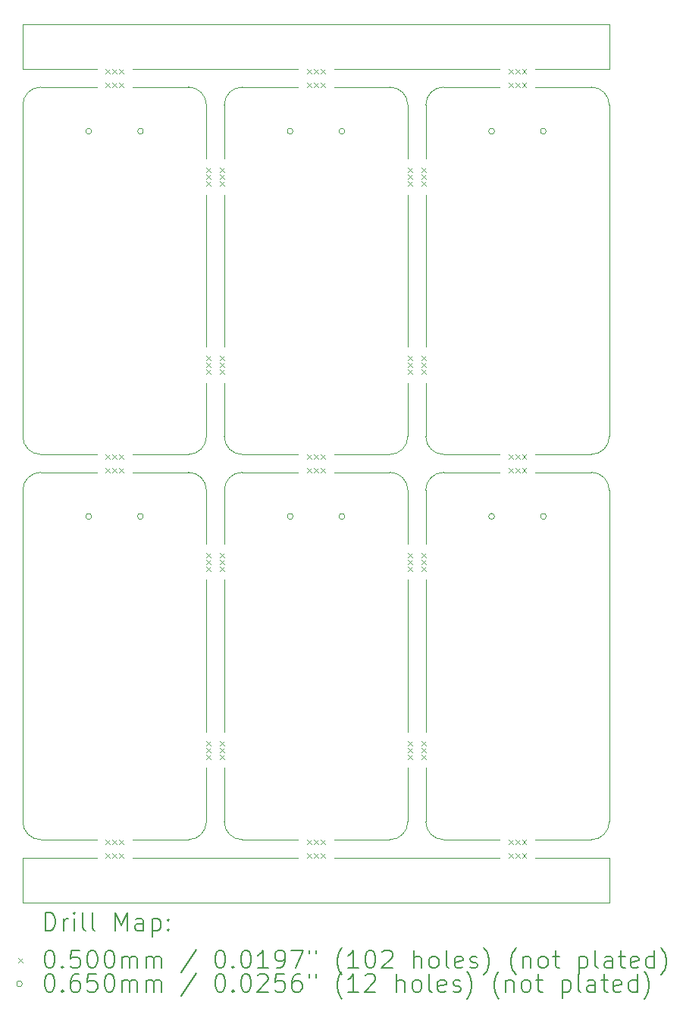
<source format=gbr>
%TF.GenerationSoftware,KiCad,Pcbnew,(6.0.8)*%
%TF.CreationDate,2023-05-03T14:57:22+02:00*%
%TF.ProjectId,Floppy Board v3.1,466c6f70-7079-4204-926f-617264207633,3.0*%
%TF.SameCoordinates,Original*%
%TF.FileFunction,Drillmap*%
%TF.FilePolarity,Positive*%
%FSLAX45Y45*%
G04 Gerber Fmt 4.5, Leading zero omitted, Abs format (unit mm)*
G04 Created by KiCad (PCBNEW (6.0.8)) date 2023-05-03 14:57:22*
%MOMM*%
%LPD*%
G01*
G04 APERTURE LIST*
%ADD10C,0.100000*%
%ADD11C,0.200000*%
%ADD12C,0.050000*%
%ADD13C,0.065000*%
G04 APERTURE END LIST*
D10*
X14156200Y-13680800D02*
X14781200Y-13680800D01*
X16006200Y-13680800D02*
X15381200Y-13680800D01*
X16406200Y-13680800D02*
X17031200Y-13680800D01*
X16406200Y-13880800D02*
X17231200Y-13880800D01*
X14156200Y-13880800D02*
X16006200Y-13880800D01*
X11506200Y-13880800D02*
X10681200Y-13880800D01*
X11506200Y-13680800D02*
X10881200Y-13680800D01*
X11906200Y-13680800D02*
X12531200Y-13680800D01*
X13756200Y-13880800D02*
X11906200Y-13880800D01*
X13756200Y-13680800D02*
X13131200Y-13680800D01*
X12931200Y-12880800D02*
X12931200Y-13480800D01*
X12731200Y-12880800D02*
X12731200Y-13480800D01*
X12731200Y-12480800D02*
X12731200Y-10780800D01*
X12931200Y-10780800D02*
X12931200Y-12480800D01*
X15181200Y-12880800D02*
X15181200Y-13480800D01*
X14981200Y-12880800D02*
X14981200Y-13480800D01*
X14981200Y-12480800D02*
X14981200Y-10780800D01*
X15181200Y-10780800D02*
X15181200Y-12480800D01*
X16406200Y-9580800D02*
X17031200Y-9580800D01*
X16406200Y-9380800D02*
X17031200Y-9380800D01*
X15181200Y-6080800D02*
X15181200Y-5480800D01*
X14981200Y-6080800D02*
X14981200Y-5480800D01*
X15181200Y-8180800D02*
X15181200Y-6480800D01*
X14981200Y-6480800D02*
X14981200Y-8180800D01*
X14981200Y-8580800D02*
X14981200Y-9180800D01*
X15181200Y-8580800D02*
X15181200Y-9180800D01*
X16006200Y-9380800D02*
X15381200Y-9380800D01*
X16006200Y-9580800D02*
X15381200Y-9580800D01*
X15181200Y-10380800D02*
X15181200Y-9780800D01*
X14981200Y-10380800D02*
X14981200Y-9780800D01*
X14156200Y-9580800D02*
X14781200Y-9580800D01*
X14156200Y-9380800D02*
X14781200Y-9380800D01*
X13756200Y-9380800D02*
X13131200Y-9380800D01*
X13756200Y-9580800D02*
X13131200Y-9580800D01*
X11506200Y-9580800D02*
X10881200Y-9580800D01*
X11506200Y-9380800D02*
X10881200Y-9380800D01*
X11906200Y-9380800D02*
X12531200Y-9380800D01*
X11906200Y-9580800D02*
X12531200Y-9580800D01*
X12931200Y-10380800D02*
X12931200Y-9780800D01*
X12731200Y-10380800D02*
X12731200Y-9780800D01*
X12931200Y-8580800D02*
X12931200Y-9180800D01*
X12731200Y-8580800D02*
X12731200Y-9180800D01*
X12731200Y-6480800D02*
X12731200Y-8180800D01*
X12931200Y-6480800D02*
X12931200Y-8180800D01*
X12931200Y-5480800D02*
X12931200Y-6080800D01*
X12731200Y-5480800D02*
X12731200Y-6080800D01*
X11506200Y-5280800D02*
X10881200Y-5280800D01*
X12531200Y-5280800D02*
X11906200Y-5280800D01*
X13756200Y-5280800D02*
X13131200Y-5280800D01*
X14781200Y-5280800D02*
X14156200Y-5280800D01*
X16006200Y-5280800D02*
X15381200Y-5280800D01*
X17031200Y-5280800D02*
X16406200Y-5280800D01*
X16406200Y-5080800D02*
X17231200Y-5080800D01*
X14156200Y-5080800D02*
X16006200Y-5080800D01*
X11906200Y-5080800D02*
X13756200Y-5080800D01*
X10681200Y-5080800D02*
X11506200Y-5080800D01*
X10681200Y-14380800D02*
X10681200Y-13880800D01*
X17231200Y-14380800D02*
X10681200Y-14380800D01*
X17231200Y-13880800D02*
X17231200Y-14380800D01*
X17231200Y-4580800D02*
X17231200Y-5080800D01*
X10681200Y-4580800D02*
X17231200Y-4580800D01*
X10681200Y-5080800D02*
X10681200Y-4580800D01*
X17231200Y-9780800D02*
G75*
G03*
X17031200Y-9580800I-200000J0D01*
G01*
X15381200Y-9580800D02*
G75*
G03*
X15181200Y-9780800I0J-200000D01*
G01*
X17231200Y-9780800D02*
X17231200Y-13480800D01*
X15181200Y-13480800D02*
G75*
G03*
X15381200Y-13680800I200000J0D01*
G01*
X17031200Y-13680800D02*
G75*
G03*
X17231200Y-13480800I0J200000D01*
G01*
X17231200Y-5480800D02*
G75*
G03*
X17031200Y-5280800I-200000J0D01*
G01*
X15381200Y-5280800D02*
G75*
G03*
X15181200Y-5480800I0J-200000D01*
G01*
X17231200Y-5480800D02*
X17231200Y-9180800D01*
X15181200Y-9180800D02*
G75*
G03*
X15381200Y-9380800I200000J0D01*
G01*
X17031200Y-9380800D02*
G75*
G03*
X17231200Y-9180800I0J200000D01*
G01*
X14981200Y-9780800D02*
G75*
G03*
X14781200Y-9580800I-200000J0D01*
G01*
X13131200Y-9580800D02*
G75*
G03*
X12931200Y-9780800I0J-200000D01*
G01*
X12931200Y-13480800D02*
G75*
G03*
X13131200Y-13680800I200000J0D01*
G01*
X14781200Y-13680800D02*
G75*
G03*
X14981200Y-13480800I0J200000D01*
G01*
X14981200Y-5480800D02*
G75*
G03*
X14781200Y-5280800I-200000J0D01*
G01*
X13131200Y-5280800D02*
G75*
G03*
X12931200Y-5480800I0J-200000D01*
G01*
X12931200Y-9180800D02*
G75*
G03*
X13131200Y-9380800I200000J0D01*
G01*
X14781200Y-9380800D02*
G75*
G03*
X14981200Y-9180800I0J200000D01*
G01*
X12731200Y-9780800D02*
G75*
G03*
X12531200Y-9580800I-200000J0D01*
G01*
X10881200Y-9580800D02*
G75*
G03*
X10681200Y-9780800I0J-200000D01*
G01*
X10681200Y-13480800D02*
G75*
G03*
X10881200Y-13680800I200000J0D01*
G01*
X10681200Y-13480800D02*
X10681200Y-9780800D01*
X12531200Y-13680800D02*
G75*
G03*
X12731200Y-13480800I0J200000D01*
G01*
X10681200Y-9180800D02*
X10681200Y-5480800D01*
X12531200Y-9380800D02*
G75*
G03*
X12731200Y-9180800I0J200000D01*
G01*
X10681200Y-9180800D02*
G75*
G03*
X10881200Y-9380800I200000J0D01*
G01*
X10881200Y-5280800D02*
G75*
G03*
X10681200Y-5480800I0J-200000D01*
G01*
X12731200Y-5480800D02*
G75*
G03*
X12531200Y-5280800I-200000J0D01*
G01*
D11*
D12*
X11606200Y-5080800D02*
X11656200Y-5130800D01*
X11656200Y-5080800D02*
X11606200Y-5130800D01*
X11606200Y-5230800D02*
X11656200Y-5280800D01*
X11656200Y-5230800D02*
X11606200Y-5280800D01*
X11606200Y-9380800D02*
X11656200Y-9430800D01*
X11656200Y-9380800D02*
X11606200Y-9430800D01*
X11606200Y-9530800D02*
X11656200Y-9580800D01*
X11656200Y-9530800D02*
X11606200Y-9580800D01*
X11606200Y-13680800D02*
X11656200Y-13730800D01*
X11656200Y-13680800D02*
X11606200Y-13730800D01*
X11606200Y-13830800D02*
X11656200Y-13880800D01*
X11656200Y-13830800D02*
X11606200Y-13880800D01*
X11681200Y-5080800D02*
X11731200Y-5130800D01*
X11731200Y-5080800D02*
X11681200Y-5130800D01*
X11681200Y-5230800D02*
X11731200Y-5280800D01*
X11731200Y-5230800D02*
X11681200Y-5280800D01*
X11681200Y-9380800D02*
X11731200Y-9430800D01*
X11731200Y-9380800D02*
X11681200Y-9430800D01*
X11681200Y-9530800D02*
X11731200Y-9580800D01*
X11731200Y-9530800D02*
X11681200Y-9580800D01*
X11681200Y-13680800D02*
X11731200Y-13730800D01*
X11731200Y-13680800D02*
X11681200Y-13730800D01*
X11681200Y-13830800D02*
X11731200Y-13880800D01*
X11731200Y-13830800D02*
X11681200Y-13880800D01*
X11756200Y-5080800D02*
X11806200Y-5130800D01*
X11806200Y-5080800D02*
X11756200Y-5130800D01*
X11756200Y-5230800D02*
X11806200Y-5280800D01*
X11806200Y-5230800D02*
X11756200Y-5280800D01*
X11756200Y-9380800D02*
X11806200Y-9430800D01*
X11806200Y-9380800D02*
X11756200Y-9430800D01*
X11756200Y-9530800D02*
X11806200Y-9580800D01*
X11806200Y-9530800D02*
X11756200Y-9580800D01*
X11756200Y-13680800D02*
X11806200Y-13730800D01*
X11806200Y-13680800D02*
X11756200Y-13730800D01*
X11756200Y-13830800D02*
X11806200Y-13880800D01*
X11806200Y-13830800D02*
X11756200Y-13880800D01*
X12731200Y-6180800D02*
X12781200Y-6230800D01*
X12781200Y-6180800D02*
X12731200Y-6230800D01*
X12731200Y-6255800D02*
X12781200Y-6305800D01*
X12781200Y-6255800D02*
X12731200Y-6305800D01*
X12731200Y-6330800D02*
X12781200Y-6380800D01*
X12781200Y-6330800D02*
X12731200Y-6380800D01*
X12731200Y-8280800D02*
X12781200Y-8330800D01*
X12781200Y-8280800D02*
X12731200Y-8330800D01*
X12731200Y-8355800D02*
X12781200Y-8405800D01*
X12781200Y-8355800D02*
X12731200Y-8405800D01*
X12731200Y-8430800D02*
X12781200Y-8480800D01*
X12781200Y-8430800D02*
X12731200Y-8480800D01*
X12731200Y-10480800D02*
X12781200Y-10530800D01*
X12781200Y-10480800D02*
X12731200Y-10530800D01*
X12731200Y-10555800D02*
X12781200Y-10605800D01*
X12781200Y-10555800D02*
X12731200Y-10605800D01*
X12731200Y-10630800D02*
X12781200Y-10680800D01*
X12781200Y-10630800D02*
X12731200Y-10680800D01*
X12731200Y-12580800D02*
X12781200Y-12630800D01*
X12781200Y-12580800D02*
X12731200Y-12630800D01*
X12731200Y-12655800D02*
X12781200Y-12705800D01*
X12781200Y-12655800D02*
X12731200Y-12705800D01*
X12731200Y-12730800D02*
X12781200Y-12780800D01*
X12781200Y-12730800D02*
X12731200Y-12780800D01*
X12881200Y-6180800D02*
X12931200Y-6230800D01*
X12931200Y-6180800D02*
X12881200Y-6230800D01*
X12881200Y-6255800D02*
X12931200Y-6305800D01*
X12931200Y-6255800D02*
X12881200Y-6305800D01*
X12881200Y-6330800D02*
X12931200Y-6380800D01*
X12931200Y-6330800D02*
X12881200Y-6380800D01*
X12881200Y-8280800D02*
X12931200Y-8330800D01*
X12931200Y-8280800D02*
X12881200Y-8330800D01*
X12881200Y-8355800D02*
X12931200Y-8405800D01*
X12931200Y-8355800D02*
X12881200Y-8405800D01*
X12881200Y-8430800D02*
X12931200Y-8480800D01*
X12931200Y-8430800D02*
X12881200Y-8480800D01*
X12881200Y-10480800D02*
X12931200Y-10530800D01*
X12931200Y-10480800D02*
X12881200Y-10530800D01*
X12881200Y-10555800D02*
X12931200Y-10605800D01*
X12931200Y-10555800D02*
X12881200Y-10605800D01*
X12881200Y-10630800D02*
X12931200Y-10680800D01*
X12931200Y-10630800D02*
X12881200Y-10680800D01*
X12881200Y-12580800D02*
X12931200Y-12630800D01*
X12931200Y-12580800D02*
X12881200Y-12630800D01*
X12881200Y-12655800D02*
X12931200Y-12705800D01*
X12931200Y-12655800D02*
X12881200Y-12705800D01*
X12881200Y-12730800D02*
X12931200Y-12780800D01*
X12931200Y-12730800D02*
X12881200Y-12780800D01*
X13856200Y-5080800D02*
X13906200Y-5130800D01*
X13906200Y-5080800D02*
X13856200Y-5130800D01*
X13856200Y-5230800D02*
X13906200Y-5280800D01*
X13906200Y-5230800D02*
X13856200Y-5280800D01*
X13856200Y-9380800D02*
X13906200Y-9430800D01*
X13906200Y-9380800D02*
X13856200Y-9430800D01*
X13856200Y-9530800D02*
X13906200Y-9580800D01*
X13906200Y-9530800D02*
X13856200Y-9580800D01*
X13856200Y-13680800D02*
X13906200Y-13730800D01*
X13906200Y-13680800D02*
X13856200Y-13730800D01*
X13856200Y-13830800D02*
X13906200Y-13880800D01*
X13906200Y-13830800D02*
X13856200Y-13880800D01*
X13931200Y-5080800D02*
X13981200Y-5130800D01*
X13981200Y-5080800D02*
X13931200Y-5130800D01*
X13931200Y-5230800D02*
X13981200Y-5280800D01*
X13981200Y-5230800D02*
X13931200Y-5280800D01*
X13931200Y-9380800D02*
X13981200Y-9430800D01*
X13981200Y-9380800D02*
X13931200Y-9430800D01*
X13931200Y-9530800D02*
X13981200Y-9580800D01*
X13981200Y-9530800D02*
X13931200Y-9580800D01*
X13931200Y-13680800D02*
X13981200Y-13730800D01*
X13981200Y-13680800D02*
X13931200Y-13730800D01*
X13931200Y-13830800D02*
X13981200Y-13880800D01*
X13981200Y-13830800D02*
X13931200Y-13880800D01*
X14006200Y-5080800D02*
X14056200Y-5130800D01*
X14056200Y-5080800D02*
X14006200Y-5130800D01*
X14006200Y-5230800D02*
X14056200Y-5280800D01*
X14056200Y-5230800D02*
X14006200Y-5280800D01*
X14006200Y-9380800D02*
X14056200Y-9430800D01*
X14056200Y-9380800D02*
X14006200Y-9430800D01*
X14006200Y-9530800D02*
X14056200Y-9580800D01*
X14056200Y-9530800D02*
X14006200Y-9580800D01*
X14006200Y-13680800D02*
X14056200Y-13730800D01*
X14056200Y-13680800D02*
X14006200Y-13730800D01*
X14006200Y-13830800D02*
X14056200Y-13880800D01*
X14056200Y-13830800D02*
X14006200Y-13880800D01*
X14981200Y-6180800D02*
X15031200Y-6230800D01*
X15031200Y-6180800D02*
X14981200Y-6230800D01*
X14981200Y-6255800D02*
X15031200Y-6305800D01*
X15031200Y-6255800D02*
X14981200Y-6305800D01*
X14981200Y-6330800D02*
X15031200Y-6380800D01*
X15031200Y-6330800D02*
X14981200Y-6380800D01*
X14981200Y-8280800D02*
X15031200Y-8330800D01*
X15031200Y-8280800D02*
X14981200Y-8330800D01*
X14981200Y-8355800D02*
X15031200Y-8405800D01*
X15031200Y-8355800D02*
X14981200Y-8405800D01*
X14981200Y-8430800D02*
X15031200Y-8480800D01*
X15031200Y-8430800D02*
X14981200Y-8480800D01*
X14981200Y-10480800D02*
X15031200Y-10530800D01*
X15031200Y-10480800D02*
X14981200Y-10530800D01*
X14981200Y-10555800D02*
X15031200Y-10605800D01*
X15031200Y-10555800D02*
X14981200Y-10605800D01*
X14981200Y-10630800D02*
X15031200Y-10680800D01*
X15031200Y-10630800D02*
X14981200Y-10680800D01*
X14981200Y-12580800D02*
X15031200Y-12630800D01*
X15031200Y-12580800D02*
X14981200Y-12630800D01*
X14981200Y-12655800D02*
X15031200Y-12705800D01*
X15031200Y-12655800D02*
X14981200Y-12705800D01*
X14981200Y-12730800D02*
X15031200Y-12780800D01*
X15031200Y-12730800D02*
X14981200Y-12780800D01*
X15131200Y-6180800D02*
X15181200Y-6230800D01*
X15181200Y-6180800D02*
X15131200Y-6230800D01*
X15131200Y-6255800D02*
X15181200Y-6305800D01*
X15181200Y-6255800D02*
X15131200Y-6305800D01*
X15131200Y-6330800D02*
X15181200Y-6380800D01*
X15181200Y-6330800D02*
X15131200Y-6380800D01*
X15131200Y-8280800D02*
X15181200Y-8330800D01*
X15181200Y-8280800D02*
X15131200Y-8330800D01*
X15131200Y-8355800D02*
X15181200Y-8405800D01*
X15181200Y-8355800D02*
X15131200Y-8405800D01*
X15131200Y-8430800D02*
X15181200Y-8480800D01*
X15181200Y-8430800D02*
X15131200Y-8480800D01*
X15131200Y-10480800D02*
X15181200Y-10530800D01*
X15181200Y-10480800D02*
X15131200Y-10530800D01*
X15131200Y-10555800D02*
X15181200Y-10605800D01*
X15181200Y-10555800D02*
X15131200Y-10605800D01*
X15131200Y-10630800D02*
X15181200Y-10680800D01*
X15181200Y-10630800D02*
X15131200Y-10680800D01*
X15131200Y-12580800D02*
X15181200Y-12630800D01*
X15181200Y-12580800D02*
X15131200Y-12630800D01*
X15131200Y-12655800D02*
X15181200Y-12705800D01*
X15181200Y-12655800D02*
X15131200Y-12705800D01*
X15131200Y-12730800D02*
X15181200Y-12780800D01*
X15181200Y-12730800D02*
X15131200Y-12780800D01*
X16106200Y-5080800D02*
X16156200Y-5130800D01*
X16156200Y-5080800D02*
X16106200Y-5130800D01*
X16106200Y-5230800D02*
X16156200Y-5280800D01*
X16156200Y-5230800D02*
X16106200Y-5280800D01*
X16106200Y-9380800D02*
X16156200Y-9430800D01*
X16156200Y-9380800D02*
X16106200Y-9430800D01*
X16106200Y-9530800D02*
X16156200Y-9580800D01*
X16156200Y-9530800D02*
X16106200Y-9580800D01*
X16106200Y-13680800D02*
X16156200Y-13730800D01*
X16156200Y-13680800D02*
X16106200Y-13730800D01*
X16106200Y-13830800D02*
X16156200Y-13880800D01*
X16156200Y-13830800D02*
X16106200Y-13880800D01*
X16181200Y-5080800D02*
X16231200Y-5130800D01*
X16231200Y-5080800D02*
X16181200Y-5130800D01*
X16181200Y-5230800D02*
X16231200Y-5280800D01*
X16231200Y-5230800D02*
X16181200Y-5280800D01*
X16181200Y-9380800D02*
X16231200Y-9430800D01*
X16231200Y-9380800D02*
X16181200Y-9430800D01*
X16181200Y-9530800D02*
X16231200Y-9580800D01*
X16231200Y-9530800D02*
X16181200Y-9580800D01*
X16181200Y-13680800D02*
X16231200Y-13730800D01*
X16231200Y-13680800D02*
X16181200Y-13730800D01*
X16181200Y-13830800D02*
X16231200Y-13880800D01*
X16231200Y-13830800D02*
X16181200Y-13880800D01*
X16256200Y-5080800D02*
X16306200Y-5130800D01*
X16306200Y-5080800D02*
X16256200Y-5130800D01*
X16256200Y-5230800D02*
X16306200Y-5280800D01*
X16306200Y-5230800D02*
X16256200Y-5280800D01*
X16256200Y-9380800D02*
X16306200Y-9430800D01*
X16306200Y-9380800D02*
X16256200Y-9430800D01*
X16256200Y-9530800D02*
X16306200Y-9580800D01*
X16306200Y-9530800D02*
X16256200Y-9580800D01*
X16256200Y-13680800D02*
X16306200Y-13730800D01*
X16306200Y-13680800D02*
X16256200Y-13730800D01*
X16256200Y-13830800D02*
X16306200Y-13880800D01*
X16306200Y-13830800D02*
X16256200Y-13880800D01*
D13*
X11449200Y-5773050D02*
G75*
G03*
X11449200Y-5773050I-32500J0D01*
G01*
X11449200Y-10073050D02*
G75*
G03*
X11449200Y-10073050I-32500J0D01*
G01*
X12027200Y-5773050D02*
G75*
G03*
X12027200Y-5773050I-32500J0D01*
G01*
X12027200Y-10073050D02*
G75*
G03*
X12027200Y-10073050I-32500J0D01*
G01*
X13699200Y-5773050D02*
G75*
G03*
X13699200Y-5773050I-32500J0D01*
G01*
X13699200Y-10073050D02*
G75*
G03*
X13699200Y-10073050I-32500J0D01*
G01*
X14277200Y-5773050D02*
G75*
G03*
X14277200Y-5773050I-32500J0D01*
G01*
X14277200Y-10073050D02*
G75*
G03*
X14277200Y-10073050I-32500J0D01*
G01*
X15949200Y-5773050D02*
G75*
G03*
X15949200Y-5773050I-32500J0D01*
G01*
X15949200Y-10073050D02*
G75*
G03*
X15949200Y-10073050I-32500J0D01*
G01*
X16527200Y-5773050D02*
G75*
G03*
X16527200Y-5773050I-32500J0D01*
G01*
X16527200Y-10073050D02*
G75*
G03*
X16527200Y-10073050I-32500J0D01*
G01*
D11*
X10933819Y-14696276D02*
X10933819Y-14496276D01*
X10981438Y-14496276D01*
X11010010Y-14505800D01*
X11029057Y-14524848D01*
X11038581Y-14543895D01*
X11048105Y-14581990D01*
X11048105Y-14610562D01*
X11038581Y-14648657D01*
X11029057Y-14667705D01*
X11010010Y-14686752D01*
X10981438Y-14696276D01*
X10933819Y-14696276D01*
X11133819Y-14696276D02*
X11133819Y-14562943D01*
X11133819Y-14601038D02*
X11143343Y-14581990D01*
X11152867Y-14572467D01*
X11171914Y-14562943D01*
X11190962Y-14562943D01*
X11257628Y-14696276D02*
X11257628Y-14562943D01*
X11257628Y-14496276D02*
X11248105Y-14505800D01*
X11257628Y-14515324D01*
X11267152Y-14505800D01*
X11257628Y-14496276D01*
X11257628Y-14515324D01*
X11381438Y-14696276D02*
X11362390Y-14686752D01*
X11352867Y-14667705D01*
X11352867Y-14496276D01*
X11486200Y-14696276D02*
X11467152Y-14686752D01*
X11457628Y-14667705D01*
X11457628Y-14496276D01*
X11714771Y-14696276D02*
X11714771Y-14496276D01*
X11781438Y-14639133D01*
X11848105Y-14496276D01*
X11848105Y-14696276D01*
X12029057Y-14696276D02*
X12029057Y-14591514D01*
X12019533Y-14572467D01*
X12000486Y-14562943D01*
X11962390Y-14562943D01*
X11943343Y-14572467D01*
X12029057Y-14686752D02*
X12010009Y-14696276D01*
X11962390Y-14696276D01*
X11943343Y-14686752D01*
X11933819Y-14667705D01*
X11933819Y-14648657D01*
X11943343Y-14629609D01*
X11962390Y-14620086D01*
X12010009Y-14620086D01*
X12029057Y-14610562D01*
X12124295Y-14562943D02*
X12124295Y-14762943D01*
X12124295Y-14572467D02*
X12143343Y-14562943D01*
X12181438Y-14562943D01*
X12200486Y-14572467D01*
X12210009Y-14581990D01*
X12219533Y-14601038D01*
X12219533Y-14658181D01*
X12210009Y-14677228D01*
X12200486Y-14686752D01*
X12181438Y-14696276D01*
X12143343Y-14696276D01*
X12124295Y-14686752D01*
X12305248Y-14677228D02*
X12314771Y-14686752D01*
X12305248Y-14696276D01*
X12295724Y-14686752D01*
X12305248Y-14677228D01*
X12305248Y-14696276D01*
X12305248Y-14572467D02*
X12314771Y-14581990D01*
X12305248Y-14591514D01*
X12295724Y-14581990D01*
X12305248Y-14572467D01*
X12305248Y-14591514D01*
D12*
X10626200Y-15000800D02*
X10676200Y-15050800D01*
X10676200Y-15000800D02*
X10626200Y-15050800D01*
D11*
X10971914Y-14916276D02*
X10990962Y-14916276D01*
X11010010Y-14925800D01*
X11019533Y-14935324D01*
X11029057Y-14954371D01*
X11038581Y-14992467D01*
X11038581Y-15040086D01*
X11029057Y-15078181D01*
X11019533Y-15097228D01*
X11010010Y-15106752D01*
X10990962Y-15116276D01*
X10971914Y-15116276D01*
X10952867Y-15106752D01*
X10943343Y-15097228D01*
X10933819Y-15078181D01*
X10924295Y-15040086D01*
X10924295Y-14992467D01*
X10933819Y-14954371D01*
X10943343Y-14935324D01*
X10952867Y-14925800D01*
X10971914Y-14916276D01*
X11124295Y-15097228D02*
X11133819Y-15106752D01*
X11124295Y-15116276D01*
X11114771Y-15106752D01*
X11124295Y-15097228D01*
X11124295Y-15116276D01*
X11314771Y-14916276D02*
X11219533Y-14916276D01*
X11210009Y-15011514D01*
X11219533Y-15001990D01*
X11238581Y-14992467D01*
X11286200Y-14992467D01*
X11305248Y-15001990D01*
X11314771Y-15011514D01*
X11324295Y-15030562D01*
X11324295Y-15078181D01*
X11314771Y-15097228D01*
X11305248Y-15106752D01*
X11286200Y-15116276D01*
X11238581Y-15116276D01*
X11219533Y-15106752D01*
X11210009Y-15097228D01*
X11448105Y-14916276D02*
X11467152Y-14916276D01*
X11486200Y-14925800D01*
X11495724Y-14935324D01*
X11505248Y-14954371D01*
X11514771Y-14992467D01*
X11514771Y-15040086D01*
X11505248Y-15078181D01*
X11495724Y-15097228D01*
X11486200Y-15106752D01*
X11467152Y-15116276D01*
X11448105Y-15116276D01*
X11429057Y-15106752D01*
X11419533Y-15097228D01*
X11410009Y-15078181D01*
X11400486Y-15040086D01*
X11400486Y-14992467D01*
X11410009Y-14954371D01*
X11419533Y-14935324D01*
X11429057Y-14925800D01*
X11448105Y-14916276D01*
X11638581Y-14916276D02*
X11657628Y-14916276D01*
X11676676Y-14925800D01*
X11686200Y-14935324D01*
X11695724Y-14954371D01*
X11705248Y-14992467D01*
X11705248Y-15040086D01*
X11695724Y-15078181D01*
X11686200Y-15097228D01*
X11676676Y-15106752D01*
X11657628Y-15116276D01*
X11638581Y-15116276D01*
X11619533Y-15106752D01*
X11610009Y-15097228D01*
X11600486Y-15078181D01*
X11590962Y-15040086D01*
X11590962Y-14992467D01*
X11600486Y-14954371D01*
X11610009Y-14935324D01*
X11619533Y-14925800D01*
X11638581Y-14916276D01*
X11790962Y-15116276D02*
X11790962Y-14982943D01*
X11790962Y-15001990D02*
X11800486Y-14992467D01*
X11819533Y-14982943D01*
X11848105Y-14982943D01*
X11867152Y-14992467D01*
X11876676Y-15011514D01*
X11876676Y-15116276D01*
X11876676Y-15011514D02*
X11886200Y-14992467D01*
X11905248Y-14982943D01*
X11933819Y-14982943D01*
X11952867Y-14992467D01*
X11962390Y-15011514D01*
X11962390Y-15116276D01*
X12057628Y-15116276D02*
X12057628Y-14982943D01*
X12057628Y-15001990D02*
X12067152Y-14992467D01*
X12086200Y-14982943D01*
X12114771Y-14982943D01*
X12133819Y-14992467D01*
X12143343Y-15011514D01*
X12143343Y-15116276D01*
X12143343Y-15011514D02*
X12152867Y-14992467D01*
X12171914Y-14982943D01*
X12200486Y-14982943D01*
X12219533Y-14992467D01*
X12229057Y-15011514D01*
X12229057Y-15116276D01*
X12619533Y-14906752D02*
X12448105Y-15163895D01*
X12876676Y-14916276D02*
X12895724Y-14916276D01*
X12914771Y-14925800D01*
X12924295Y-14935324D01*
X12933819Y-14954371D01*
X12943343Y-14992467D01*
X12943343Y-15040086D01*
X12933819Y-15078181D01*
X12924295Y-15097228D01*
X12914771Y-15106752D01*
X12895724Y-15116276D01*
X12876676Y-15116276D01*
X12857628Y-15106752D01*
X12848105Y-15097228D01*
X12838581Y-15078181D01*
X12829057Y-15040086D01*
X12829057Y-14992467D01*
X12838581Y-14954371D01*
X12848105Y-14935324D01*
X12857628Y-14925800D01*
X12876676Y-14916276D01*
X13029057Y-15097228D02*
X13038581Y-15106752D01*
X13029057Y-15116276D01*
X13019533Y-15106752D01*
X13029057Y-15097228D01*
X13029057Y-15116276D01*
X13162390Y-14916276D02*
X13181438Y-14916276D01*
X13200486Y-14925800D01*
X13210009Y-14935324D01*
X13219533Y-14954371D01*
X13229057Y-14992467D01*
X13229057Y-15040086D01*
X13219533Y-15078181D01*
X13210009Y-15097228D01*
X13200486Y-15106752D01*
X13181438Y-15116276D01*
X13162390Y-15116276D01*
X13143343Y-15106752D01*
X13133819Y-15097228D01*
X13124295Y-15078181D01*
X13114771Y-15040086D01*
X13114771Y-14992467D01*
X13124295Y-14954371D01*
X13133819Y-14935324D01*
X13143343Y-14925800D01*
X13162390Y-14916276D01*
X13419533Y-15116276D02*
X13305248Y-15116276D01*
X13362390Y-15116276D02*
X13362390Y-14916276D01*
X13343343Y-14944848D01*
X13324295Y-14963895D01*
X13305248Y-14973419D01*
X13514771Y-15116276D02*
X13552867Y-15116276D01*
X13571914Y-15106752D01*
X13581438Y-15097228D01*
X13600486Y-15068657D01*
X13610009Y-15030562D01*
X13610009Y-14954371D01*
X13600486Y-14935324D01*
X13590962Y-14925800D01*
X13571914Y-14916276D01*
X13533819Y-14916276D01*
X13514771Y-14925800D01*
X13505248Y-14935324D01*
X13495724Y-14954371D01*
X13495724Y-15001990D01*
X13505248Y-15021038D01*
X13514771Y-15030562D01*
X13533819Y-15040086D01*
X13571914Y-15040086D01*
X13590962Y-15030562D01*
X13600486Y-15021038D01*
X13610009Y-15001990D01*
X13676676Y-14916276D02*
X13810009Y-14916276D01*
X13724295Y-15116276D01*
X13876676Y-14916276D02*
X13876676Y-14954371D01*
X13952867Y-14916276D02*
X13952867Y-14954371D01*
X14248105Y-15192467D02*
X14238581Y-15182943D01*
X14219533Y-15154371D01*
X14210009Y-15135324D01*
X14200486Y-15106752D01*
X14190962Y-15059133D01*
X14190962Y-15021038D01*
X14200486Y-14973419D01*
X14210009Y-14944848D01*
X14219533Y-14925800D01*
X14238581Y-14897228D01*
X14248105Y-14887705D01*
X14429057Y-15116276D02*
X14314771Y-15116276D01*
X14371914Y-15116276D02*
X14371914Y-14916276D01*
X14352867Y-14944848D01*
X14333819Y-14963895D01*
X14314771Y-14973419D01*
X14552867Y-14916276D02*
X14571914Y-14916276D01*
X14590962Y-14925800D01*
X14600486Y-14935324D01*
X14610009Y-14954371D01*
X14619533Y-14992467D01*
X14619533Y-15040086D01*
X14610009Y-15078181D01*
X14600486Y-15097228D01*
X14590962Y-15106752D01*
X14571914Y-15116276D01*
X14552867Y-15116276D01*
X14533819Y-15106752D01*
X14524295Y-15097228D01*
X14514771Y-15078181D01*
X14505248Y-15040086D01*
X14505248Y-14992467D01*
X14514771Y-14954371D01*
X14524295Y-14935324D01*
X14533819Y-14925800D01*
X14552867Y-14916276D01*
X14695724Y-14935324D02*
X14705248Y-14925800D01*
X14724295Y-14916276D01*
X14771914Y-14916276D01*
X14790962Y-14925800D01*
X14800486Y-14935324D01*
X14810009Y-14954371D01*
X14810009Y-14973419D01*
X14800486Y-15001990D01*
X14686200Y-15116276D01*
X14810009Y-15116276D01*
X15048105Y-15116276D02*
X15048105Y-14916276D01*
X15133819Y-15116276D02*
X15133819Y-15011514D01*
X15124295Y-14992467D01*
X15105248Y-14982943D01*
X15076676Y-14982943D01*
X15057628Y-14992467D01*
X15048105Y-15001990D01*
X15257628Y-15116276D02*
X15238581Y-15106752D01*
X15229057Y-15097228D01*
X15219533Y-15078181D01*
X15219533Y-15021038D01*
X15229057Y-15001990D01*
X15238581Y-14992467D01*
X15257628Y-14982943D01*
X15286200Y-14982943D01*
X15305248Y-14992467D01*
X15314771Y-15001990D01*
X15324295Y-15021038D01*
X15324295Y-15078181D01*
X15314771Y-15097228D01*
X15305248Y-15106752D01*
X15286200Y-15116276D01*
X15257628Y-15116276D01*
X15438581Y-15116276D02*
X15419533Y-15106752D01*
X15410009Y-15087705D01*
X15410009Y-14916276D01*
X15590962Y-15106752D02*
X15571914Y-15116276D01*
X15533819Y-15116276D01*
X15514771Y-15106752D01*
X15505248Y-15087705D01*
X15505248Y-15011514D01*
X15514771Y-14992467D01*
X15533819Y-14982943D01*
X15571914Y-14982943D01*
X15590962Y-14992467D01*
X15600486Y-15011514D01*
X15600486Y-15030562D01*
X15505248Y-15049609D01*
X15676676Y-15106752D02*
X15695724Y-15116276D01*
X15733819Y-15116276D01*
X15752867Y-15106752D01*
X15762390Y-15087705D01*
X15762390Y-15078181D01*
X15752867Y-15059133D01*
X15733819Y-15049609D01*
X15705248Y-15049609D01*
X15686200Y-15040086D01*
X15676676Y-15021038D01*
X15676676Y-15011514D01*
X15686200Y-14992467D01*
X15705248Y-14982943D01*
X15733819Y-14982943D01*
X15752867Y-14992467D01*
X15829057Y-15192467D02*
X15838581Y-15182943D01*
X15857628Y-15154371D01*
X15867152Y-15135324D01*
X15876676Y-15106752D01*
X15886200Y-15059133D01*
X15886200Y-15021038D01*
X15876676Y-14973419D01*
X15867152Y-14944848D01*
X15857628Y-14925800D01*
X15838581Y-14897228D01*
X15829057Y-14887705D01*
X16190962Y-15192467D02*
X16181438Y-15182943D01*
X16162390Y-15154371D01*
X16152867Y-15135324D01*
X16143343Y-15106752D01*
X16133819Y-15059133D01*
X16133819Y-15021038D01*
X16143343Y-14973419D01*
X16152867Y-14944848D01*
X16162390Y-14925800D01*
X16181438Y-14897228D01*
X16190962Y-14887705D01*
X16267152Y-14982943D02*
X16267152Y-15116276D01*
X16267152Y-15001990D02*
X16276676Y-14992467D01*
X16295724Y-14982943D01*
X16324295Y-14982943D01*
X16343343Y-14992467D01*
X16352867Y-15011514D01*
X16352867Y-15116276D01*
X16476676Y-15116276D02*
X16457628Y-15106752D01*
X16448105Y-15097228D01*
X16438581Y-15078181D01*
X16438581Y-15021038D01*
X16448105Y-15001990D01*
X16457628Y-14992467D01*
X16476676Y-14982943D01*
X16505248Y-14982943D01*
X16524295Y-14992467D01*
X16533819Y-15001990D01*
X16543343Y-15021038D01*
X16543343Y-15078181D01*
X16533819Y-15097228D01*
X16524295Y-15106752D01*
X16505248Y-15116276D01*
X16476676Y-15116276D01*
X16600486Y-14982943D02*
X16676676Y-14982943D01*
X16629057Y-14916276D02*
X16629057Y-15087705D01*
X16638581Y-15106752D01*
X16657628Y-15116276D01*
X16676676Y-15116276D01*
X16895724Y-14982943D02*
X16895724Y-15182943D01*
X16895724Y-14992467D02*
X16914771Y-14982943D01*
X16952867Y-14982943D01*
X16971914Y-14992467D01*
X16981438Y-15001990D01*
X16990962Y-15021038D01*
X16990962Y-15078181D01*
X16981438Y-15097228D01*
X16971914Y-15106752D01*
X16952867Y-15116276D01*
X16914771Y-15116276D01*
X16895724Y-15106752D01*
X17105248Y-15116276D02*
X17086200Y-15106752D01*
X17076676Y-15087705D01*
X17076676Y-14916276D01*
X17267152Y-15116276D02*
X17267152Y-15011514D01*
X17257629Y-14992467D01*
X17238581Y-14982943D01*
X17200486Y-14982943D01*
X17181438Y-14992467D01*
X17267152Y-15106752D02*
X17248105Y-15116276D01*
X17200486Y-15116276D01*
X17181438Y-15106752D01*
X17171914Y-15087705D01*
X17171914Y-15068657D01*
X17181438Y-15049609D01*
X17200486Y-15040086D01*
X17248105Y-15040086D01*
X17267152Y-15030562D01*
X17333819Y-14982943D02*
X17410010Y-14982943D01*
X17362390Y-14916276D02*
X17362390Y-15087705D01*
X17371914Y-15106752D01*
X17390962Y-15116276D01*
X17410010Y-15116276D01*
X17552867Y-15106752D02*
X17533819Y-15116276D01*
X17495724Y-15116276D01*
X17476676Y-15106752D01*
X17467152Y-15087705D01*
X17467152Y-15011514D01*
X17476676Y-14992467D01*
X17495724Y-14982943D01*
X17533819Y-14982943D01*
X17552867Y-14992467D01*
X17562390Y-15011514D01*
X17562390Y-15030562D01*
X17467152Y-15049609D01*
X17733819Y-15116276D02*
X17733819Y-14916276D01*
X17733819Y-15106752D02*
X17714771Y-15116276D01*
X17676676Y-15116276D01*
X17657629Y-15106752D01*
X17648105Y-15097228D01*
X17638581Y-15078181D01*
X17638581Y-15021038D01*
X17648105Y-15001990D01*
X17657629Y-14992467D01*
X17676676Y-14982943D01*
X17714771Y-14982943D01*
X17733819Y-14992467D01*
X17810010Y-15192467D02*
X17819533Y-15182943D01*
X17838581Y-15154371D01*
X17848105Y-15135324D01*
X17857629Y-15106752D01*
X17867152Y-15059133D01*
X17867152Y-15021038D01*
X17857629Y-14973419D01*
X17848105Y-14944848D01*
X17838581Y-14925800D01*
X17819533Y-14897228D01*
X17810010Y-14887705D01*
D13*
X10676200Y-15289800D02*
G75*
G03*
X10676200Y-15289800I-32500J0D01*
G01*
D11*
X10971914Y-15180276D02*
X10990962Y-15180276D01*
X11010010Y-15189800D01*
X11019533Y-15199324D01*
X11029057Y-15218371D01*
X11038581Y-15256467D01*
X11038581Y-15304086D01*
X11029057Y-15342181D01*
X11019533Y-15361228D01*
X11010010Y-15370752D01*
X10990962Y-15380276D01*
X10971914Y-15380276D01*
X10952867Y-15370752D01*
X10943343Y-15361228D01*
X10933819Y-15342181D01*
X10924295Y-15304086D01*
X10924295Y-15256467D01*
X10933819Y-15218371D01*
X10943343Y-15199324D01*
X10952867Y-15189800D01*
X10971914Y-15180276D01*
X11124295Y-15361228D02*
X11133819Y-15370752D01*
X11124295Y-15380276D01*
X11114771Y-15370752D01*
X11124295Y-15361228D01*
X11124295Y-15380276D01*
X11305248Y-15180276D02*
X11267152Y-15180276D01*
X11248105Y-15189800D01*
X11238581Y-15199324D01*
X11219533Y-15227895D01*
X11210009Y-15265990D01*
X11210009Y-15342181D01*
X11219533Y-15361228D01*
X11229057Y-15370752D01*
X11248105Y-15380276D01*
X11286200Y-15380276D01*
X11305248Y-15370752D01*
X11314771Y-15361228D01*
X11324295Y-15342181D01*
X11324295Y-15294562D01*
X11314771Y-15275514D01*
X11305248Y-15265990D01*
X11286200Y-15256467D01*
X11248105Y-15256467D01*
X11229057Y-15265990D01*
X11219533Y-15275514D01*
X11210009Y-15294562D01*
X11505248Y-15180276D02*
X11410009Y-15180276D01*
X11400486Y-15275514D01*
X11410009Y-15265990D01*
X11429057Y-15256467D01*
X11476676Y-15256467D01*
X11495724Y-15265990D01*
X11505248Y-15275514D01*
X11514771Y-15294562D01*
X11514771Y-15342181D01*
X11505248Y-15361228D01*
X11495724Y-15370752D01*
X11476676Y-15380276D01*
X11429057Y-15380276D01*
X11410009Y-15370752D01*
X11400486Y-15361228D01*
X11638581Y-15180276D02*
X11657628Y-15180276D01*
X11676676Y-15189800D01*
X11686200Y-15199324D01*
X11695724Y-15218371D01*
X11705248Y-15256467D01*
X11705248Y-15304086D01*
X11695724Y-15342181D01*
X11686200Y-15361228D01*
X11676676Y-15370752D01*
X11657628Y-15380276D01*
X11638581Y-15380276D01*
X11619533Y-15370752D01*
X11610009Y-15361228D01*
X11600486Y-15342181D01*
X11590962Y-15304086D01*
X11590962Y-15256467D01*
X11600486Y-15218371D01*
X11610009Y-15199324D01*
X11619533Y-15189800D01*
X11638581Y-15180276D01*
X11790962Y-15380276D02*
X11790962Y-15246943D01*
X11790962Y-15265990D02*
X11800486Y-15256467D01*
X11819533Y-15246943D01*
X11848105Y-15246943D01*
X11867152Y-15256467D01*
X11876676Y-15275514D01*
X11876676Y-15380276D01*
X11876676Y-15275514D02*
X11886200Y-15256467D01*
X11905248Y-15246943D01*
X11933819Y-15246943D01*
X11952867Y-15256467D01*
X11962390Y-15275514D01*
X11962390Y-15380276D01*
X12057628Y-15380276D02*
X12057628Y-15246943D01*
X12057628Y-15265990D02*
X12067152Y-15256467D01*
X12086200Y-15246943D01*
X12114771Y-15246943D01*
X12133819Y-15256467D01*
X12143343Y-15275514D01*
X12143343Y-15380276D01*
X12143343Y-15275514D02*
X12152867Y-15256467D01*
X12171914Y-15246943D01*
X12200486Y-15246943D01*
X12219533Y-15256467D01*
X12229057Y-15275514D01*
X12229057Y-15380276D01*
X12619533Y-15170752D02*
X12448105Y-15427895D01*
X12876676Y-15180276D02*
X12895724Y-15180276D01*
X12914771Y-15189800D01*
X12924295Y-15199324D01*
X12933819Y-15218371D01*
X12943343Y-15256467D01*
X12943343Y-15304086D01*
X12933819Y-15342181D01*
X12924295Y-15361228D01*
X12914771Y-15370752D01*
X12895724Y-15380276D01*
X12876676Y-15380276D01*
X12857628Y-15370752D01*
X12848105Y-15361228D01*
X12838581Y-15342181D01*
X12829057Y-15304086D01*
X12829057Y-15256467D01*
X12838581Y-15218371D01*
X12848105Y-15199324D01*
X12857628Y-15189800D01*
X12876676Y-15180276D01*
X13029057Y-15361228D02*
X13038581Y-15370752D01*
X13029057Y-15380276D01*
X13019533Y-15370752D01*
X13029057Y-15361228D01*
X13029057Y-15380276D01*
X13162390Y-15180276D02*
X13181438Y-15180276D01*
X13200486Y-15189800D01*
X13210009Y-15199324D01*
X13219533Y-15218371D01*
X13229057Y-15256467D01*
X13229057Y-15304086D01*
X13219533Y-15342181D01*
X13210009Y-15361228D01*
X13200486Y-15370752D01*
X13181438Y-15380276D01*
X13162390Y-15380276D01*
X13143343Y-15370752D01*
X13133819Y-15361228D01*
X13124295Y-15342181D01*
X13114771Y-15304086D01*
X13114771Y-15256467D01*
X13124295Y-15218371D01*
X13133819Y-15199324D01*
X13143343Y-15189800D01*
X13162390Y-15180276D01*
X13305248Y-15199324D02*
X13314771Y-15189800D01*
X13333819Y-15180276D01*
X13381438Y-15180276D01*
X13400486Y-15189800D01*
X13410009Y-15199324D01*
X13419533Y-15218371D01*
X13419533Y-15237419D01*
X13410009Y-15265990D01*
X13295724Y-15380276D01*
X13419533Y-15380276D01*
X13600486Y-15180276D02*
X13505248Y-15180276D01*
X13495724Y-15275514D01*
X13505248Y-15265990D01*
X13524295Y-15256467D01*
X13571914Y-15256467D01*
X13590962Y-15265990D01*
X13600486Y-15275514D01*
X13610009Y-15294562D01*
X13610009Y-15342181D01*
X13600486Y-15361228D01*
X13590962Y-15370752D01*
X13571914Y-15380276D01*
X13524295Y-15380276D01*
X13505248Y-15370752D01*
X13495724Y-15361228D01*
X13781438Y-15180276D02*
X13743343Y-15180276D01*
X13724295Y-15189800D01*
X13714771Y-15199324D01*
X13695724Y-15227895D01*
X13686200Y-15265990D01*
X13686200Y-15342181D01*
X13695724Y-15361228D01*
X13705248Y-15370752D01*
X13724295Y-15380276D01*
X13762390Y-15380276D01*
X13781438Y-15370752D01*
X13790962Y-15361228D01*
X13800486Y-15342181D01*
X13800486Y-15294562D01*
X13790962Y-15275514D01*
X13781438Y-15265990D01*
X13762390Y-15256467D01*
X13724295Y-15256467D01*
X13705248Y-15265990D01*
X13695724Y-15275514D01*
X13686200Y-15294562D01*
X13876676Y-15180276D02*
X13876676Y-15218371D01*
X13952867Y-15180276D02*
X13952867Y-15218371D01*
X14248105Y-15456467D02*
X14238581Y-15446943D01*
X14219533Y-15418371D01*
X14210009Y-15399324D01*
X14200486Y-15370752D01*
X14190962Y-15323133D01*
X14190962Y-15285038D01*
X14200486Y-15237419D01*
X14210009Y-15208848D01*
X14219533Y-15189800D01*
X14238581Y-15161228D01*
X14248105Y-15151705D01*
X14429057Y-15380276D02*
X14314771Y-15380276D01*
X14371914Y-15380276D02*
X14371914Y-15180276D01*
X14352867Y-15208848D01*
X14333819Y-15227895D01*
X14314771Y-15237419D01*
X14505248Y-15199324D02*
X14514771Y-15189800D01*
X14533819Y-15180276D01*
X14581438Y-15180276D01*
X14600486Y-15189800D01*
X14610009Y-15199324D01*
X14619533Y-15218371D01*
X14619533Y-15237419D01*
X14610009Y-15265990D01*
X14495724Y-15380276D01*
X14619533Y-15380276D01*
X14857628Y-15380276D02*
X14857628Y-15180276D01*
X14943343Y-15380276D02*
X14943343Y-15275514D01*
X14933819Y-15256467D01*
X14914771Y-15246943D01*
X14886200Y-15246943D01*
X14867152Y-15256467D01*
X14857628Y-15265990D01*
X15067152Y-15380276D02*
X15048105Y-15370752D01*
X15038581Y-15361228D01*
X15029057Y-15342181D01*
X15029057Y-15285038D01*
X15038581Y-15265990D01*
X15048105Y-15256467D01*
X15067152Y-15246943D01*
X15095724Y-15246943D01*
X15114771Y-15256467D01*
X15124295Y-15265990D01*
X15133819Y-15285038D01*
X15133819Y-15342181D01*
X15124295Y-15361228D01*
X15114771Y-15370752D01*
X15095724Y-15380276D01*
X15067152Y-15380276D01*
X15248105Y-15380276D02*
X15229057Y-15370752D01*
X15219533Y-15351705D01*
X15219533Y-15180276D01*
X15400486Y-15370752D02*
X15381438Y-15380276D01*
X15343343Y-15380276D01*
X15324295Y-15370752D01*
X15314771Y-15351705D01*
X15314771Y-15275514D01*
X15324295Y-15256467D01*
X15343343Y-15246943D01*
X15381438Y-15246943D01*
X15400486Y-15256467D01*
X15410009Y-15275514D01*
X15410009Y-15294562D01*
X15314771Y-15313609D01*
X15486200Y-15370752D02*
X15505248Y-15380276D01*
X15543343Y-15380276D01*
X15562390Y-15370752D01*
X15571914Y-15351705D01*
X15571914Y-15342181D01*
X15562390Y-15323133D01*
X15543343Y-15313609D01*
X15514771Y-15313609D01*
X15495724Y-15304086D01*
X15486200Y-15285038D01*
X15486200Y-15275514D01*
X15495724Y-15256467D01*
X15514771Y-15246943D01*
X15543343Y-15246943D01*
X15562390Y-15256467D01*
X15638581Y-15456467D02*
X15648105Y-15446943D01*
X15667152Y-15418371D01*
X15676676Y-15399324D01*
X15686200Y-15370752D01*
X15695724Y-15323133D01*
X15695724Y-15285038D01*
X15686200Y-15237419D01*
X15676676Y-15208848D01*
X15667152Y-15189800D01*
X15648105Y-15161228D01*
X15638581Y-15151705D01*
X16000486Y-15456467D02*
X15990962Y-15446943D01*
X15971914Y-15418371D01*
X15962390Y-15399324D01*
X15952867Y-15370752D01*
X15943343Y-15323133D01*
X15943343Y-15285038D01*
X15952867Y-15237419D01*
X15962390Y-15208848D01*
X15971914Y-15189800D01*
X15990962Y-15161228D01*
X16000486Y-15151705D01*
X16076676Y-15246943D02*
X16076676Y-15380276D01*
X16076676Y-15265990D02*
X16086200Y-15256467D01*
X16105248Y-15246943D01*
X16133819Y-15246943D01*
X16152867Y-15256467D01*
X16162390Y-15275514D01*
X16162390Y-15380276D01*
X16286200Y-15380276D02*
X16267152Y-15370752D01*
X16257628Y-15361228D01*
X16248105Y-15342181D01*
X16248105Y-15285038D01*
X16257628Y-15265990D01*
X16267152Y-15256467D01*
X16286200Y-15246943D01*
X16314771Y-15246943D01*
X16333819Y-15256467D01*
X16343343Y-15265990D01*
X16352867Y-15285038D01*
X16352867Y-15342181D01*
X16343343Y-15361228D01*
X16333819Y-15370752D01*
X16314771Y-15380276D01*
X16286200Y-15380276D01*
X16410009Y-15246943D02*
X16486200Y-15246943D01*
X16438581Y-15180276D02*
X16438581Y-15351705D01*
X16448105Y-15370752D01*
X16467152Y-15380276D01*
X16486200Y-15380276D01*
X16705248Y-15246943D02*
X16705248Y-15446943D01*
X16705248Y-15256467D02*
X16724295Y-15246943D01*
X16762390Y-15246943D01*
X16781438Y-15256467D01*
X16790962Y-15265990D01*
X16800486Y-15285038D01*
X16800486Y-15342181D01*
X16790962Y-15361228D01*
X16781438Y-15370752D01*
X16762390Y-15380276D01*
X16724295Y-15380276D01*
X16705248Y-15370752D01*
X16914771Y-15380276D02*
X16895724Y-15370752D01*
X16886200Y-15351705D01*
X16886200Y-15180276D01*
X17076676Y-15380276D02*
X17076676Y-15275514D01*
X17067152Y-15256467D01*
X17048105Y-15246943D01*
X17010010Y-15246943D01*
X16990962Y-15256467D01*
X17076676Y-15370752D02*
X17057629Y-15380276D01*
X17010010Y-15380276D01*
X16990962Y-15370752D01*
X16981438Y-15351705D01*
X16981438Y-15332657D01*
X16990962Y-15313609D01*
X17010010Y-15304086D01*
X17057629Y-15304086D01*
X17076676Y-15294562D01*
X17143343Y-15246943D02*
X17219533Y-15246943D01*
X17171914Y-15180276D02*
X17171914Y-15351705D01*
X17181438Y-15370752D01*
X17200486Y-15380276D01*
X17219533Y-15380276D01*
X17362390Y-15370752D02*
X17343343Y-15380276D01*
X17305248Y-15380276D01*
X17286200Y-15370752D01*
X17276676Y-15351705D01*
X17276676Y-15275514D01*
X17286200Y-15256467D01*
X17305248Y-15246943D01*
X17343343Y-15246943D01*
X17362390Y-15256467D01*
X17371914Y-15275514D01*
X17371914Y-15294562D01*
X17276676Y-15313609D01*
X17543343Y-15380276D02*
X17543343Y-15180276D01*
X17543343Y-15370752D02*
X17524295Y-15380276D01*
X17486200Y-15380276D01*
X17467152Y-15370752D01*
X17457629Y-15361228D01*
X17448105Y-15342181D01*
X17448105Y-15285038D01*
X17457629Y-15265990D01*
X17467152Y-15256467D01*
X17486200Y-15246943D01*
X17524295Y-15246943D01*
X17543343Y-15256467D01*
X17619533Y-15456467D02*
X17629057Y-15446943D01*
X17648105Y-15418371D01*
X17657629Y-15399324D01*
X17667152Y-15370752D01*
X17676676Y-15323133D01*
X17676676Y-15285038D01*
X17667152Y-15237419D01*
X17657629Y-15208848D01*
X17648105Y-15189800D01*
X17629057Y-15161228D01*
X17619533Y-15151705D01*
M02*

</source>
